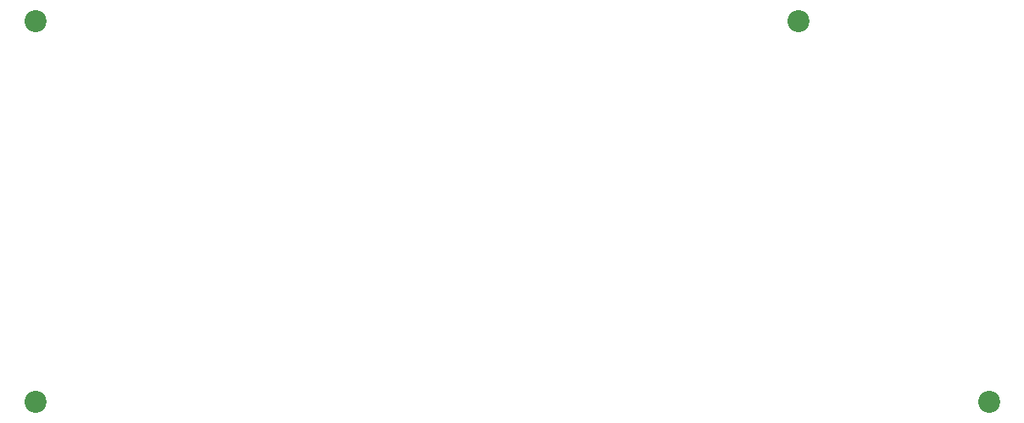
<source format=gbs>
%TF.GenerationSoftware,KiCad,Pcbnew,(5.1.10)-1*%
%TF.CreationDate,2021-08-10T21:08:29+09:00*%
%TF.ProjectId,bottom,626f7474-6f6d-42e6-9b69-6361645f7063,rev?*%
%TF.SameCoordinates,Original*%
%TF.FileFunction,Soldermask,Bot*%
%TF.FilePolarity,Negative*%
%FSLAX46Y46*%
G04 Gerber Fmt 4.6, Leading zero omitted, Abs format (unit mm)*
G04 Created by KiCad (PCBNEW (5.1.10)-1) date 2021-08-10 21:08:29*
%MOMM*%
%LPD*%
G01*
G04 APERTURE LIST*
%ADD10C,2.200000*%
G04 APERTURE END LIST*
D10*
%TO.C,H4*%
X168879390Y-80963160D03*
%TD*%
%TO.C,H3*%
X187929470Y-119063320D03*
%TD*%
%TO.C,H2*%
X92679070Y-119063320D03*
%TD*%
%TO.C,H1*%
X92679070Y-80963160D03*
%TD*%
M02*

</source>
